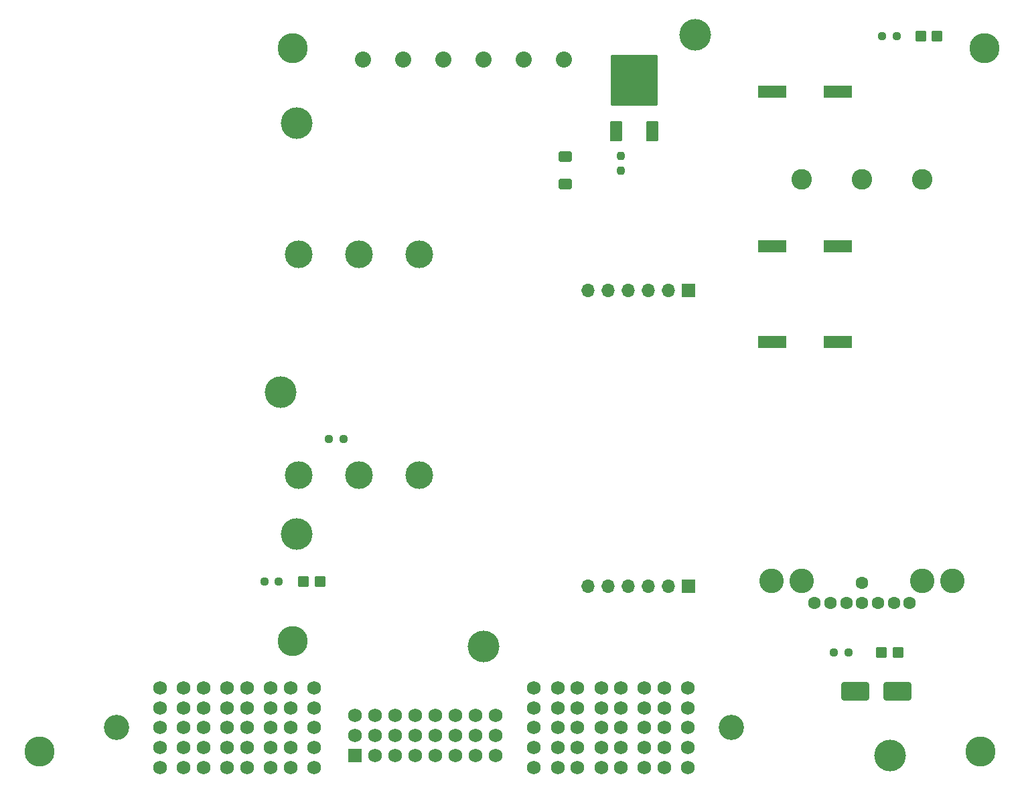
<source format=gts>
%TF.GenerationSoftware,KiCad,Pcbnew,8.0.4*%
%TF.CreationDate,2025-01-10T12:27:39-08:00*%
%TF.ProjectId,X17-Power-Slab-Master,5831372d-506f-4776-9572-2d536c61622d,rev?*%
%TF.SameCoordinates,Original*%
%TF.FileFunction,Soldermask,Top*%
%TF.FilePolarity,Negative*%
%FSLAX46Y46*%
G04 Gerber Fmt 4.6, Leading zero omitted, Abs format (unit mm)*
G04 Created by KiCad (PCBNEW 8.0.4) date 2025-01-10 12:27:39*
%MOMM*%
%LPD*%
G01*
G04 APERTURE LIST*
G04 Aperture macros list*
%AMRoundRect*
0 Rectangle with rounded corners*
0 $1 Rounding radius*
0 $2 $3 $4 $5 $6 $7 $8 $9 X,Y pos of 4 corners*
0 Add a 4 corners polygon primitive as box body*
4,1,4,$2,$3,$4,$5,$6,$7,$8,$9,$2,$3,0*
0 Add four circle primitives for the rounded corners*
1,1,$1+$1,$2,$3*
1,1,$1+$1,$4,$5*
1,1,$1+$1,$6,$7*
1,1,$1+$1,$8,$9*
0 Add four rect primitives between the rounded corners*
20,1,$1+$1,$2,$3,$4,$5,0*
20,1,$1+$1,$4,$5,$6,$7,0*
20,1,$1+$1,$6,$7,$8,$9,0*
20,1,$1+$1,$8,$9,$2,$3,0*%
G04 Aperture macros list end*
%ADD10RoundRect,0.250000X-1.500000X-0.900000X1.500000X-0.900000X1.500000X0.900000X-1.500000X0.900000X0*%
%ADD11C,4.000000*%
%ADD12RoundRect,0.237500X-0.250000X-0.237500X0.250000X-0.237500X0.250000X0.237500X-0.250000X0.237500X0*%
%ADD13C,1.734000*%
%ADD14RoundRect,0.102000X-0.765000X-0.765000X0.765000X-0.765000X0.765000X0.765000X-0.765000X0.765000X0*%
%ADD15C,3.200000*%
%ADD16R,1.700000X1.700000*%
%ADD17O,1.700000X1.700000*%
%ADD18RoundRect,0.102000X0.550000X0.600000X-0.550000X0.600000X-0.550000X-0.600000X0.550000X-0.600000X0*%
%ADD19RoundRect,0.237500X0.237500X-0.250000X0.237500X0.250000X-0.237500X0.250000X-0.237500X-0.250000X0*%
%ADD20R,3.606800X1.498600*%
%ADD21C,2.032000*%
%ADD22RoundRect,0.250000X-0.600000X0.400000X-0.600000X-0.400000X0.600000X-0.400000X0.600000X0.400000X0*%
%ADD23RoundRect,0.102000X0.700000X-1.145000X0.700000X1.145000X-0.700000X1.145000X-0.700000X-1.145000X0*%
%ADD24RoundRect,0.102000X2.845000X-3.090000X2.845000X3.090000X-2.845000X3.090000X-2.845000X-3.090000X0*%
%ADD25C,3.500000*%
%ADD26C,2.600000*%
%ADD27C,3.100000*%
%ADD28C,1.600000*%
%ADD29C,3.810000*%
G04 APERTURE END LIST*
D10*
%TO.C,D5*%
X147600000Y-129900000D03*
X153000000Y-129900000D03*
%TD*%
D11*
%TO.C,TP5*%
X77000000Y-58000000D03*
%TD*%
D12*
%TO.C,R5*%
X81087500Y-98000000D03*
X82912500Y-98000000D03*
%TD*%
D13*
%TO.C,J2*%
X126500000Y-129500000D03*
X126500000Y-132000000D03*
X126500000Y-134500000D03*
X126500000Y-137000000D03*
X126500000Y-139500000D03*
X123500000Y-139500000D03*
X123500000Y-137000000D03*
X123500000Y-134500000D03*
X123500000Y-132000000D03*
X123500000Y-129500000D03*
X121000000Y-129500000D03*
X121000000Y-132000000D03*
X121000000Y-134500000D03*
X121000000Y-137000000D03*
X121000000Y-139500000D03*
X118000000Y-139500000D03*
X118000000Y-137000000D03*
X118000000Y-134500000D03*
X118000000Y-132000000D03*
X118000000Y-129500000D03*
X115500000Y-129500000D03*
X115500000Y-132000000D03*
X115500000Y-134500000D03*
X115500000Y-137000000D03*
X115500000Y-139500000D03*
X112500000Y-139500000D03*
X112500000Y-137000000D03*
X112500000Y-134500000D03*
X112500000Y-132000000D03*
X112500000Y-129500000D03*
X110000000Y-129500000D03*
X110000000Y-132000000D03*
X110000000Y-134500000D03*
X110000000Y-137000000D03*
X110000000Y-139500000D03*
X107000000Y-139500000D03*
X107000000Y-137000000D03*
X107000000Y-134500000D03*
X107000000Y-132000000D03*
X107000000Y-129500000D03*
X79240000Y-129500000D03*
X79240000Y-132000000D03*
X79240000Y-134500000D03*
X79240000Y-137000000D03*
X79240000Y-139500000D03*
X76240000Y-139500000D03*
X76240000Y-137000000D03*
X76240000Y-134500000D03*
X76240000Y-132000000D03*
X76240000Y-129500000D03*
X73740000Y-129500000D03*
X73740000Y-132000000D03*
X73740000Y-134500000D03*
X73740000Y-137000000D03*
X73740000Y-139500000D03*
X70740000Y-139500000D03*
X70740000Y-137000000D03*
X70740000Y-134500000D03*
X70740000Y-132000000D03*
X70740000Y-129500000D03*
X68240000Y-129500000D03*
X68240000Y-132000000D03*
X68240000Y-134500000D03*
X68240000Y-137000000D03*
X68240000Y-139500000D03*
X65240000Y-139500000D03*
X65240000Y-137000000D03*
X65240000Y-134500000D03*
X65240000Y-132000000D03*
X65240000Y-129500000D03*
X62740000Y-129500000D03*
X62740000Y-132000000D03*
X62740000Y-134500000D03*
X62740000Y-137000000D03*
X62740000Y-139500000D03*
X59740000Y-139500000D03*
X59740000Y-137000000D03*
X59740000Y-134500000D03*
X59740000Y-132000000D03*
X59740000Y-129500000D03*
X102190000Y-132920000D03*
X99650000Y-132920000D03*
X97110000Y-132920000D03*
X94570000Y-132920000D03*
X92030000Y-132920000D03*
X89490000Y-132920000D03*
X86950000Y-132920000D03*
X84410000Y-132920000D03*
X102190000Y-135460000D03*
X99650000Y-135460000D03*
X97110000Y-135460000D03*
X94570000Y-135460000D03*
X92030000Y-135460000D03*
X89490000Y-135460000D03*
X86950000Y-135460000D03*
X84410000Y-135460000D03*
X102190000Y-138000000D03*
X99650000Y-138000000D03*
X97110000Y-138000000D03*
X94570000Y-138000000D03*
X92030000Y-138000000D03*
X89490000Y-138000000D03*
X86950000Y-138000000D03*
D14*
X84410000Y-138000000D03*
D15*
X132000000Y-134500000D03*
X54240000Y-134500000D03*
%TD*%
D11*
%TO.C,TP6*%
X127400000Y-46800000D03*
%TD*%
%TO.C,TP15*%
X75000000Y-92000000D03*
%TD*%
D16*
%TO.C,J1*%
X126590000Y-79165000D03*
D17*
X124050000Y-79165000D03*
X121510000Y-79165000D03*
X118970000Y-79165000D03*
X116430000Y-79165000D03*
X113890000Y-79165000D03*
D16*
X126590000Y-116590000D03*
D17*
X124050000Y-116590000D03*
X121510000Y-116590000D03*
X118970000Y-116590000D03*
X116430000Y-116590000D03*
X113890000Y-116590000D03*
%TD*%
D18*
%TO.C,D2*%
X158000000Y-47000000D03*
X155900000Y-47000000D03*
%TD*%
D12*
%TO.C,R4*%
X72950000Y-116000000D03*
X74775000Y-116000000D03*
%TD*%
D19*
%TO.C,R1*%
X118000000Y-64000000D03*
X118000000Y-62175000D03*
%TD*%
D12*
%TO.C,R2*%
X151037500Y-47000000D03*
X152862500Y-47000000D03*
%TD*%
%TO.C,R3*%
X144950000Y-125000000D03*
X146775000Y-125000000D03*
%TD*%
D11*
%TO.C,TP2*%
X100600000Y-124200000D03*
%TD*%
D20*
%TO.C,C5*%
X145440000Y-54000000D03*
X137134200Y-54000000D03*
%TD*%
%TO.C,C6*%
X145440000Y-85730000D03*
X137134200Y-85730000D03*
%TD*%
D21*
%TO.C,J3*%
X85420000Y-50000000D03*
X90500000Y-50000000D03*
X95580000Y-50000000D03*
X100660000Y-50000000D03*
X105740000Y-50000000D03*
X110820000Y-50000000D03*
%TD*%
D11*
%TO.C,TP3*%
X152000000Y-138000000D03*
%TD*%
D22*
%TO.C,D1*%
X111000000Y-62250000D03*
X111000000Y-65750000D03*
%TD*%
D18*
%TO.C,D4*%
X80000000Y-116000000D03*
X77900000Y-116000000D03*
%TD*%
D11*
%TO.C,TP14*%
X77000000Y-110000000D03*
%TD*%
D18*
%TO.C,D3*%
X153050000Y-125000000D03*
X150950000Y-125000000D03*
%TD*%
D20*
%TO.C,C7*%
X145440000Y-73579400D03*
X137134200Y-73579400D03*
%TD*%
D23*
%TO.C,Q2*%
X117430000Y-59000000D03*
D24*
X119715000Y-52565000D03*
D23*
X122000000Y-59000000D03*
%TD*%
D25*
%TO.C,U5*%
X77260000Y-74560000D03*
X84880000Y-74560000D03*
X92500000Y-74560000D03*
X92500000Y-102500000D03*
X84880000Y-102500000D03*
X77260000Y-102500000D03*
%TD*%
D26*
%TO.C,U8*%
X140880000Y-65110000D03*
X148500000Y-65110000D03*
X156120000Y-65110000D03*
D27*
X159930000Y-115910000D03*
X156120000Y-115910000D03*
D28*
X148500000Y-116150000D03*
D27*
X140880000Y-115910000D03*
X137070000Y-115910000D03*
D28*
X154500000Y-118690000D03*
X152500000Y-118690000D03*
X150500000Y-118690000D03*
X148500000Y-118690000D03*
X146500000Y-118690000D03*
X144500000Y-118690000D03*
X142500000Y-118690000D03*
%TD*%
D29*
%TO.C,H1*%
X44500000Y-137500000D03*
%TD*%
%TO.C,H3*%
X163500000Y-137500000D03*
%TD*%
%TO.C,H1*%
X76500000Y-48500000D03*
%TD*%
%TO.C,H1*%
X76500000Y-123500000D03*
%TD*%
%TO.C,H4*%
X164000000Y-48500000D03*
%TD*%
M02*

</source>
